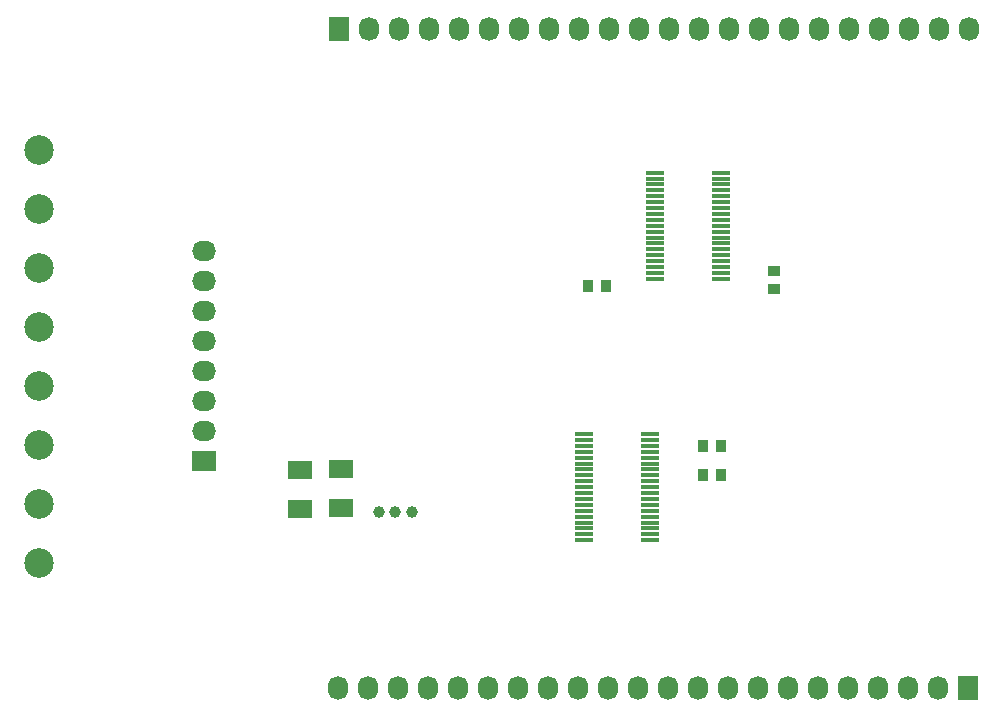
<source format=gts>
%FSLAX34Y34*%
G04 Gerber Fmt 3.4, Leading zero omitted, Abs format*
G04 (created by PCBNEW (2014-jan-25)-product) date Wed 30 Apr 2014 08:12:59 PM MDT*
%MOIN*%
G01*
G70*
G90*
G04 APERTURE LIST*
%ADD10C,0.003937*%
%ADD11R,0.080000X0.060000*%
%ADD12C,0.039370*%
%ADD13R,0.068000X0.080000*%
%ADD14O,0.068000X0.080000*%
%ADD15R,0.080000X0.068000*%
%ADD16O,0.080000X0.068000*%
%ADD17R,0.062992X0.011811*%
%ADD18C,0.098425*%
%ADD19R,0.039400X0.035400*%
%ADD20R,0.035400X0.039400*%
G04 APERTURE END LIST*
G54D10*
G54D11*
X47623Y-48661D03*
X47623Y-49961D03*
X48989Y-49931D03*
X48989Y-48631D03*
G54D12*
X51357Y-50053D03*
X50806Y-50053D03*
X50255Y-50053D03*
G54D13*
X69889Y-55930D03*
G54D14*
X68889Y-55930D03*
X67889Y-55930D03*
X66889Y-55930D03*
X65889Y-55930D03*
X64889Y-55930D03*
X63889Y-55930D03*
X62889Y-55930D03*
X61889Y-55930D03*
X60889Y-55930D03*
X59889Y-55930D03*
X58889Y-55930D03*
X57889Y-55930D03*
X56889Y-55930D03*
X55889Y-55930D03*
X54889Y-55930D03*
X53889Y-55930D03*
X52889Y-55930D03*
X51889Y-55930D03*
X50889Y-55930D03*
X49889Y-55930D03*
X48889Y-55930D03*
G54D13*
X48929Y-33951D03*
G54D14*
X49929Y-33951D03*
X50929Y-33951D03*
X51929Y-33951D03*
X52929Y-33951D03*
X53929Y-33951D03*
X54929Y-33951D03*
X55929Y-33951D03*
X56929Y-33951D03*
X57929Y-33951D03*
X58929Y-33951D03*
X59929Y-33951D03*
X60929Y-33951D03*
X61929Y-33951D03*
X62929Y-33951D03*
X63929Y-33951D03*
X64929Y-33951D03*
X65929Y-33951D03*
X66929Y-33951D03*
X67929Y-33951D03*
X68929Y-33951D03*
X69929Y-33951D03*
G54D15*
X44429Y-48381D03*
G54D16*
X44429Y-47381D03*
X44429Y-46381D03*
X44429Y-45381D03*
X44429Y-44381D03*
X44429Y-43381D03*
X44429Y-42381D03*
X44429Y-41381D03*
G54D17*
X57106Y-47466D03*
X57106Y-47662D03*
X57106Y-47859D03*
X57106Y-48056D03*
X57106Y-48253D03*
X57106Y-48450D03*
X57106Y-48647D03*
X57106Y-48844D03*
X57106Y-49040D03*
X57106Y-49237D03*
X57106Y-49434D03*
X57106Y-49631D03*
X57106Y-49828D03*
X57106Y-50025D03*
X57106Y-50222D03*
X57106Y-50418D03*
X57106Y-50615D03*
X57106Y-50812D03*
X57106Y-51009D03*
X59311Y-51009D03*
X59311Y-50812D03*
X59311Y-50615D03*
X59311Y-50418D03*
X59311Y-50222D03*
X59311Y-50025D03*
X59311Y-49828D03*
X59311Y-49631D03*
X59311Y-49434D03*
X59311Y-49237D03*
X59311Y-49040D03*
X59311Y-48844D03*
X59311Y-48647D03*
X59311Y-48450D03*
X59311Y-48253D03*
X59311Y-48056D03*
X59311Y-47859D03*
X59311Y-47662D03*
X59311Y-47466D03*
X61673Y-42297D03*
X61673Y-42100D03*
X61673Y-41903D03*
X61673Y-41707D03*
X61673Y-41510D03*
X61673Y-41313D03*
X61673Y-41116D03*
X61673Y-40919D03*
X61673Y-40722D03*
X61673Y-40525D03*
X61673Y-40329D03*
X61673Y-40132D03*
X61673Y-39935D03*
X61673Y-39738D03*
X61673Y-39541D03*
X61673Y-39344D03*
X61673Y-39148D03*
X61673Y-38951D03*
X61673Y-38754D03*
X59468Y-38754D03*
X59468Y-38951D03*
X59468Y-39148D03*
X59468Y-39344D03*
X59468Y-39541D03*
X59468Y-39738D03*
X59468Y-39935D03*
X59468Y-40132D03*
X59468Y-40329D03*
X59468Y-40525D03*
X59468Y-40722D03*
X59468Y-40919D03*
X59468Y-41116D03*
X59468Y-41313D03*
X59468Y-41510D03*
X59468Y-41707D03*
X59468Y-41903D03*
X59468Y-42100D03*
X59468Y-42297D03*
G54D18*
X38917Y-37992D03*
X38917Y-39960D03*
X38917Y-41929D03*
X38917Y-43897D03*
X38917Y-51771D03*
X38917Y-49803D03*
X38917Y-47834D03*
X38917Y-45866D03*
G54D19*
X63425Y-42026D03*
X63425Y-42618D03*
G54D20*
X61062Y-47859D03*
X61654Y-47859D03*
X61062Y-48844D03*
X61654Y-48844D03*
X57815Y-42519D03*
X57223Y-42519D03*
M02*

</source>
